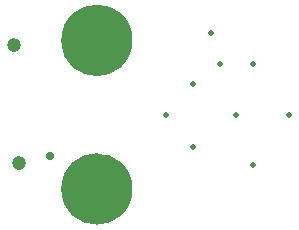
<source format=gbs>
%FSLAX23Y23*%
%MOIN*%
G70*
G01*
G75*
G04 Layer_Color=16711935*
%ADD10R,0.118X0.039*%
%ADD11R,0.118X0.059*%
%ADD12R,0.035X0.031*%
%ADD13C,0.010*%
%ADD14C,0.020*%
%ADD15C,0.039*%
%ADD16C,0.236*%
%ADD17C,0.000*%
%ADD18C,0.000*%
%ADD19C,0.020*%
%ADD20C,0.059*%
%ADD21C,0.004*%
%ADD22R,0.126X0.047*%
%ADD23R,0.126X0.067*%
%ADD24R,0.043X0.039*%
%ADD25C,0.047*%
%ADD26C,0.028*%
D14*
X1075Y570D02*
D03*
X895Y400D02*
D03*
X985Y505D02*
D03*
Y295D02*
D03*
X1185Y235D02*
D03*
X1130Y400D02*
D03*
X1305D02*
D03*
X1185Y570D02*
D03*
X1045Y675D02*
D03*
D15*
X754Y650D02*
D03*
X728Y587D02*
D03*
X665Y561D02*
D03*
X602Y587D02*
D03*
X576Y650D02*
D03*
X665Y739D02*
D03*
X728Y713D02*
D03*
X602D02*
D03*
Y218D02*
D03*
X728D02*
D03*
X665Y244D02*
D03*
X576Y155D02*
D03*
X602Y92D02*
D03*
X665Y66D02*
D03*
X728Y92D02*
D03*
X754Y155D02*
D03*
D16*
X665Y650D02*
D03*
Y155D02*
D03*
D20*
X754Y650D02*
G03*
X754Y650I-89J0D01*
G01*
Y155D02*
G03*
X754Y155I-89J0D01*
G01*
D25*
X405Y240D02*
D03*
X390Y635D02*
D03*
D26*
X510Y265D02*
D03*
M02*

</source>
